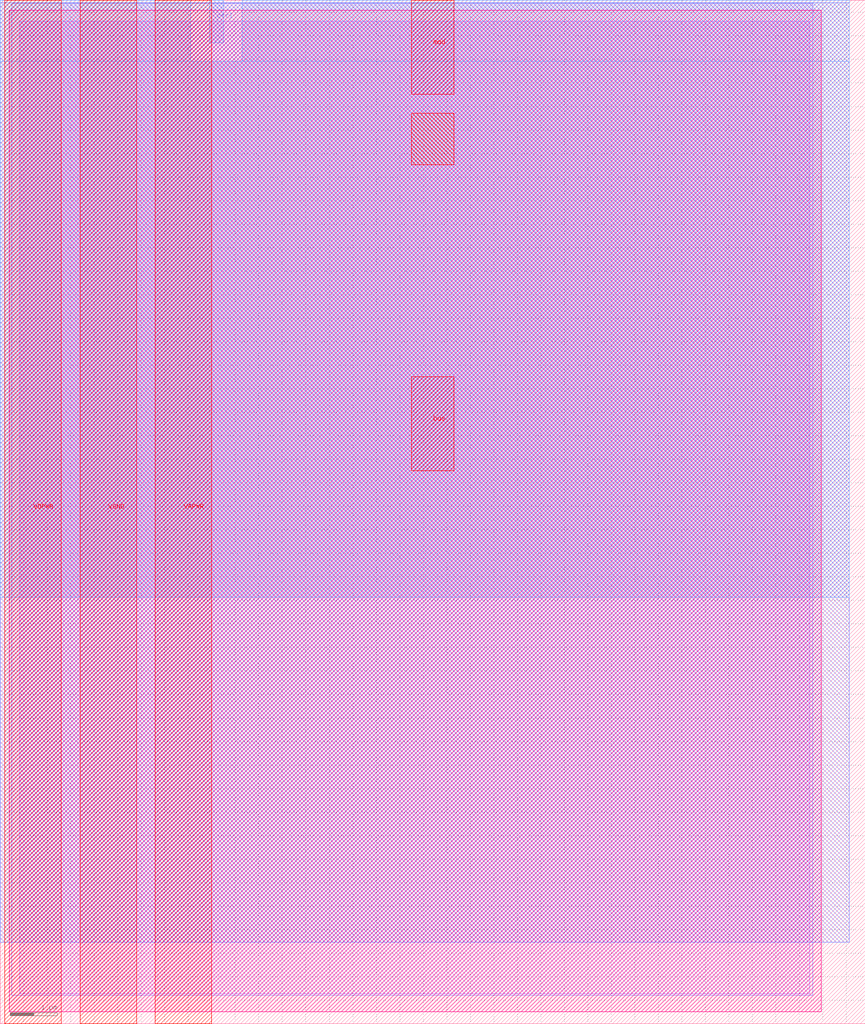
<source format=lef>
VERSION 5.7 ;
  NOWIREEXTENSIONATPIN ON ;
  DIVIDERCHAR "/" ;
  BUSBITCHARS "[]" ;
MACRO tt_asw_3v3
  CLASS BLOCK ;
  FOREIGN tt_asw_3v3 ;
  ORIGIN 0.000 0.000 ;
  SIZE 18.400 BY 21.760 ;
  PIN VGND
    DIRECTION INPUT ;
    USE GROUND ;
    PORT
      LAYER met4 ;
        RECT 1.700 0.000 2.900 21.760 ;
    END
  END VGND
  PIN VDPWR
    DIRECTION INPUT ;
    USE POWER ;
    PORT
      LAYER met4 ;
        RECT 0.100 0.000 1.300 21.760 ;
    END
  END VDPWR
  PIN VAPWR
    DIRECTION INPUT ;
    USE POWER ;
    PORT
      LAYER met4 ;
        RECT 3.300 0.000 4.500 21.760 ;
    END
  END VAPWR
  PIN ctrl
    DIRECTION INPUT ;
    USE SIGNAL ;
    ANTENNAGATEAREA 0.423000 ;
    PORT
      LAYER met3 ;
        RECT 4.450 20.860 4.750 21.760 ;
    END
  END ctrl
  PIN mod
    DIRECTION INOUT ;
    USE ANALOG ;
    ANTENNADIFFAREA 39.149998 ;
    PORT
      LAYER met4 ;
        RECT 8.750 19.760 9.650 21.760 ;
    END
  END mod
  PIN bus
    DIRECTION INOUT ;
    USE ANALOG ;
    ANTENNADIFFAREA 34.799999 ;
    PORT
      LAYER met4 ;
        RECT 8.750 11.760 9.650 13.760 ;
    END
  END bus
  OBS
      LAYER nwell ;
        RECT 0.190 0.250 17.460 21.550 ;
      LAYER li1 ;
        RECT 0.410 0.640 17.220 21.310 ;
      LAYER met1 ;
        RECT 0.240 0.610 17.280 21.700 ;
      LAYER met2 ;
        RECT 0.000 1.730 18.060 21.710 ;
      LAYER met3 ;
        RECT 0.000 20.460 4.050 21.760 ;
        RECT 5.150 20.460 18.060 21.760 ;
        RECT 0.000 9.070 18.060 20.460 ;
      LAYER met4 ;
        RECT 8.750 18.260 9.650 19.360 ;
  END
END tt_asw_3v3
END LIBRARY


</source>
